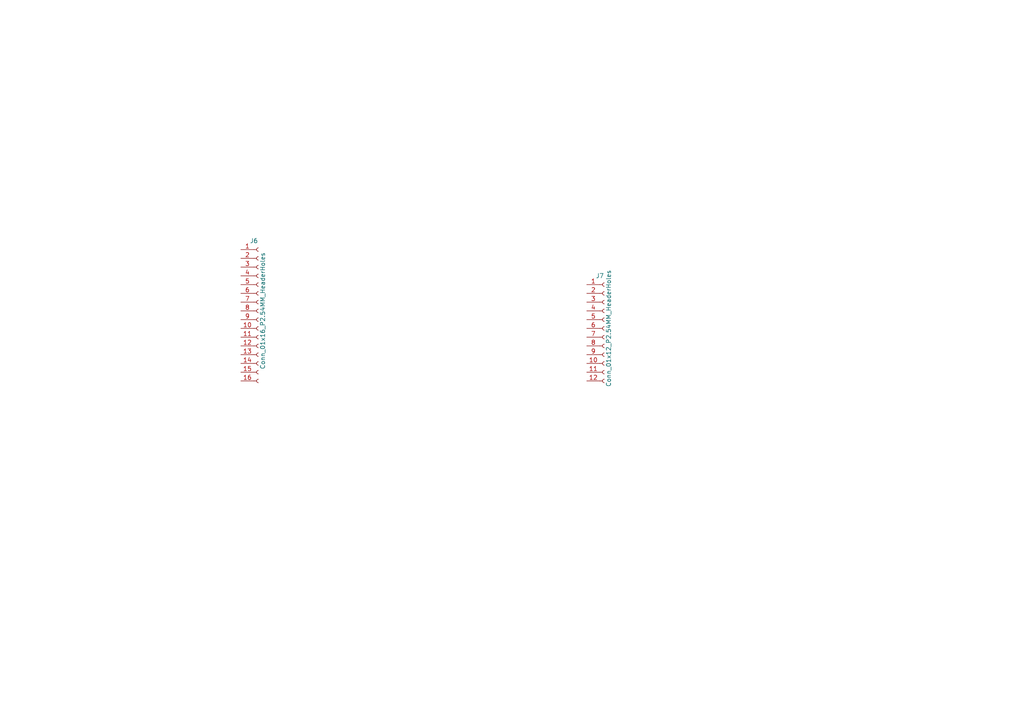
<source format=kicad_sch>
(kicad_sch (version 20230121) (generator eeschema)
  (paper "A4")
  (title_block (title "tmc5160_featherwing") (date "2024-04-10") (rev "1.0") (company "Howard Hughes Medical Institute"))
  (lib_symbols
    (symbol "Janelia:Conn_01x12_P2.54MM_HeaderHoles" (pin_names (offset 1.016) hide) (in_bom no)
      (property "Reference" "J" (at 0 15.24 0))
      (property "Value" "Conn_01x12_P2.54MM_HeaderHoles" (at 0 -17.78 0))
      (symbol "Conn_01x12_P2.54MM_HeaderHoles_1_1"
        (arc (start 0 -14.732) (mid -0.5058 -15.24) (end 0 -15.748) (stroke (width 0.1524)))
        (arc (start 0 -12.192) (mid -0.5058 -12.7) (end 0 -13.208) (stroke (width 0.1524)))
        (arc (start 0 -9.652) (mid -0.5058 -10.16) (end 0 -10.668) (stroke (width 0.1524)))
        (arc (start 0 -7.112) (mid -0.5058 -7.62) (end 0 -8.128) (stroke (width 0.1524)))
        (arc (start 0 -4.572) (mid -0.5058 -5.08) (end 0 -5.588) (stroke (width 0.1524)))
        (arc (start 0 -2.032) (mid -0.5058 -2.54) (end 0 -3.048) (stroke (width 0.1524)))
        (polyline (pts (xy -1.27 -15.24) (xy -0.508 -15.24)) (stroke (width 0.1524)))
        (polyline (pts (xy -1.27 -12.7) (xy -0.508 -12.7)) (stroke (width 0.1524)))
        (polyline (pts (xy -1.27 -10.16) (xy -0.508 -10.16)) (stroke (width 0.1524)))
        (polyline (pts (xy -1.27 -7.62) (xy -0.508 -7.62)) (stroke (width 0.1524)))
        (polyline (pts (xy -1.27 -5.08) (xy -0.508 -5.08)) (stroke (width 0.1524)))
        (polyline (pts (xy -1.27 -2.54) (xy -0.508 -2.54)) (stroke (width 0.1524)))
        (polyline (pts (xy -1.27 0) (xy -0.508 0)) (stroke (width 0.1524)))
        (polyline (pts (xy -1.27 2.54) (xy -0.508 2.54)) (stroke (width 0.1524)))
        (polyline (pts (xy -1.27 5.08) (xy -0.508 5.08)) (stroke (width 0.1524)))
        (polyline (pts (xy -1.27 7.62) (xy -0.508 7.62)) (stroke (width 0.1524)))
        (polyline (pts (xy -1.27 10.16) (xy -0.508 10.16)) (stroke (width 0.1524)))
        (polyline (pts (xy -1.27 12.7) (xy -0.508 12.7)) (stroke (width 0.1524)))
        (arc (start 0 0.508) (mid -0.5058 0) (end 0 -0.508) (stroke (width 0.1524)))
        (arc (start 0 3.048) (mid -0.5058 2.54) (end 0 2.032) (stroke (width 0.1524)))
        (arc (start 0 5.588) (mid -0.5058 5.08) (end 0 4.572) (stroke (width 0.1524)))
        (arc (start 0 8.128) (mid -0.5058 7.62) (end 0 7.112) (stroke (width 0.1524)))
        (arc (start 0 10.668) (mid -0.5058 10.16) (end 0 9.652) (stroke (width 0.1524)))
        (arc (start 0 13.208) (mid -0.5058 12.7) (end 0 12.192) (stroke (width 0.1524)))
        (pin passive line (at -5.08 12.7 0) (length 3.81) (name "Pin_1") (number "1"))
        (pin passive line (at -5.08 -10.16 0) (length 3.81) (name "Pin_10") (number "10"))
        (pin passive line (at -5.08 -12.7 0) (length 3.81) (name "Pin_11") (number "11"))
        (pin passive line (at -5.08 -15.24 0) (length 3.81) (name "Pin_12") (number "12"))
        (pin passive line (at -5.08 10.16 0) (length 3.81) (name "Pin_2") (number "2"))
        (pin passive line (at -5.08 7.62 0) (length 3.81) (name "Pin_3") (number "3"))
        (pin passive line (at -5.08 5.08 0) (length 3.81) (name "Pin_4") (number "4"))
        (pin passive line (at -5.08 2.54 0) (length 3.81) (name "Pin_5") (number "5"))
        (pin passive line (at -5.08 0 0) (length 3.81) (name "Pin_6") (number "6"))
        (pin passive line (at -5.08 -2.54 0) (length 3.81) (name "Pin_7") (number "7"))
        (pin passive line (at -5.08 -5.08 0) (length 3.81) (name "Pin_8") (number "8"))
        (pin passive line (at -5.08 -7.62 0) (length 3.81) (name "Pin_9") (number "9"))
      )
    )
    (symbol "Janelia:Conn_01x16_P2.54MM_HeaderHoles" (pin_names (offset 1.016) hide) (in_bom no)
      (property "Reference" "J" (at 0 20.32 0))
      (property "Value" "Conn_01x16_P2.54MM_HeaderHoles" (at 0 -22.86 0))
      (symbol "Conn_01x16_P2.54MM_HeaderHoles_1_1"
        (arc (start 0 -19.812) (mid -0.5058 -20.32) (end 0 -20.828) (stroke (width 0.1524)))
        (arc (start 0 -17.272) (mid -0.5058 -17.78) (end 0 -18.288) (stroke (width 0.1524)))
        (arc (start 0 -14.732) (mid -0.5058 -15.24) (end 0 -15.748) (stroke (width 0.1524)))
        (arc (start 0 -12.192) (mid -0.5058 -12.7) (end 0 -13.208) (stroke (width 0.1524)))
        (arc (start 0 -9.652) (mid -0.5058 -10.16) (end 0 -10.668) (stroke (width 0.1524)))
        (arc (start 0 -7.112) (mid -0.5058 -7.62) (end 0 -8.128) (stroke (width 0.1524)))
        (arc (start 0 -4.572) (mid -0.5058 -5.08) (end 0 -5.588) (stroke (width 0.1524)))
        (arc (start 0 -2.032) (mid -0.5058 -2.54) (end 0 -3.048) (stroke (width 0.1524)))
        (polyline (pts (xy -1.27 -20.32) (xy -0.508 -20.32)) (stroke (width 0.1524)))
        (polyline (pts (xy -1.27 -17.78) (xy -0.508 -17.78)) (stroke (width 0.1524)))
        (polyline (pts (xy -1.27 -15.24) (xy -0.508 -15.24)) (stroke (width 0.1524)))
        (polyline (pts (xy -1.27 -12.7) (xy -0.508 -12.7)) (stroke (width 0.1524)))
        (polyline (pts (xy -1.27 -10.16) (xy -0.508 -10.16)) (stroke (width 0.1524)))
        (polyline (pts (xy -1.27 -7.62) (xy -0.508 -7.62)) (stroke (width 0.1524)))
        (polyline (pts (xy -1.27 -5.08) (xy -0.508 -5.08)) (stroke (width 0.1524)))
        (polyline (pts (xy -1.27 -2.54) (xy -0.508 -2.54)) (stroke (width 0.1524)))
        (polyline (pts (xy -1.27 0) (xy -0.508 0)) (stroke (width 0.1524)))
        (polyline (pts (xy -1.27 2.54) (xy -0.508 2.54)) (stroke (width 0.1524)))
        (polyline (pts (xy -1.27 5.08) (xy -0.508 5.08)) (stroke (width 0.1524)))
        (polyline (pts (xy -1.27 7.62) (xy -0.508 7.62)) (stroke (width 0.1524)))
        (polyline (pts (xy -1.27 10.16) (xy -0.508 10.16)) (stroke (width 0.1524)))
        (polyline (pts (xy -1.27 12.7) (xy -0.508 12.7)) (stroke (width 0.1524)))
        (polyline (pts (xy -1.27 15.24) (xy -0.508 15.24)) (stroke (width 0.1524)))
        (polyline (pts (xy -1.27 17.78) (xy -0.508 17.78)) (stroke (width 0.1524)))
        (arc (start 0 0.508) (mid -0.5058 0) (end 0 -0.508) (stroke (width 0.1524)))
        (arc (start 0 3.048) (mid -0.5058 2.54) (end 0 2.032) (stroke (width 0.1524)))
        (arc (start 0 5.588) (mid -0.5058 5.08) (end 0 4.572) (stroke (width 0.1524)))
        (arc (start 0 8.128) (mid -0.5058 7.62) (end 0 7.112) (stroke (width 0.1524)))
        (arc (start 0 10.668) (mid -0.5058 10.16) (end 0 9.652) (stroke (width 0.1524)))
        (arc (start 0 13.208) (mid -0.5058 12.7) (end 0 12.192) (stroke (width 0.1524)))
        (arc (start 0 15.748) (mid -0.5058 15.24) (end 0 14.732) (stroke (width 0.1524)))
        (arc (start 0 18.288) (mid -0.5058 17.78) (end 0 17.272) (stroke (width 0.1524)))
        (pin passive line (at -5.08 17.78 0) (length 3.81) (name "Pin_1") (number "1"))
        (pin passive line (at -5.08 -5.08 0) (length 3.81) (name "Pin_10") (number "10"))
        (pin passive line (at -5.08 -7.62 0) (length 3.81) (name "Pin_11") (number "11"))
        (pin passive line (at -5.08 -10.16 0) (length 3.81) (name "Pin_12") (number "12"))
        (pin passive line (at -5.08 -12.7 0) (length 3.81) (name "Pin_13") (number "13"))
        (pin passive line (at -5.08 -15.24 0) (length 3.81) (name "Pin_14") (number "14"))
        (pin passive line (at -5.08 -17.78 0) (length 3.81) (name "Pin_15") (number "15"))
        (pin passive line (at -5.08 -20.32 0) (length 3.81) (name "Pin_16") (number "16"))
        (pin passive line (at -5.08 15.24 0) (length 3.81) (name "Pin_2") (number "2"))
        (pin passive line (at -5.08 12.7 0) (length 3.81) (name "Pin_3") (number "3"))
        (pin passive line (at -5.08 10.16 0) (length 3.81) (name "Pin_4") (number "4"))
        (pin passive line (at -5.08 7.62 0) (length 3.81) (name "Pin_5") (number "5"))
        (pin passive line (at -5.08 5.08 0) (length 3.81) (name "Pin_6") (number "6"))
        (pin passive line (at -5.08 2.54 0) (length 3.81) (name "Pin_7") (number "7"))
        (pin passive line (at -5.08 0 0) (length 3.81) (name "Pin_8") (number "8"))
        (pin passive line (at -5.08 -2.54 0) (length 3.81) (name "Pin_9") (number "9"))
      )
    )
  )
  (symbol (lib_id "Janelia:Conn_01x16_P2.54MM_HeaderHoles") (at 74.93 90.17 0) (unit 1) (in_bom no)
    (property "Reference" "J6" (at 73.66 69.85 0))
    (property "Value" "Conn_01x16_P2.54MM_HeaderHoles" (at 76.2 90.17 90))
    (property "Footprint" "Janelia:PinHeader_1x16_P2.54mm_Vertical_Holes" (effects hide))
  )
  (symbol (lib_id "Janelia:Conn_01x12_P2.54MM_HeaderHoles") (at 175.26 95.25 0) (unit 1) (in_bom no)
    (property "Reference" "J7" (at 173.99 80.01 0))
    (property "Value" "Conn_01x12_P2.54MM_HeaderHoles" (at 176.53 95.25 90))
    (property "Footprint" "Janelia:PinHeader_1x12_P2.54mm_Vertical_Holes" (effects hide))
  )
)
</source>
